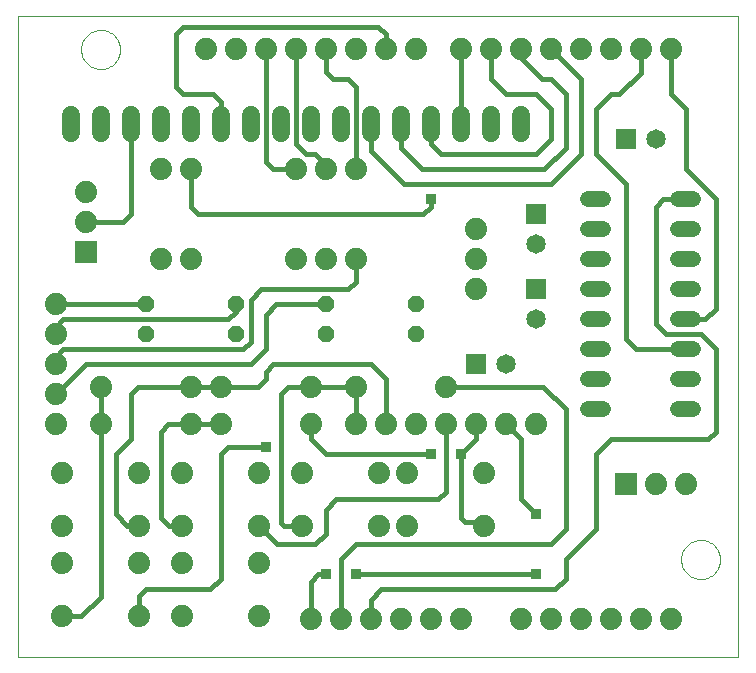
<source format=gtl>
G75*
%MOIN*%
%OFA0B0*%
%FSLAX24Y24*%
%IPPOS*%
%LPD*%
%AMOC8*
5,1,8,0,0,1.08239X$1,22.5*
%
%ADD10C,0.0000*%
%ADD11C,0.0740*%
%ADD12C,0.0600*%
%ADD13C,0.0520*%
%ADD14OC8,0.0520*%
%ADD15R,0.0740X0.0740*%
%ADD16R,0.0650X0.0650*%
%ADD17C,0.0650*%
%ADD18C,0.0160*%
%ADD19R,0.0356X0.0356*%
D10*
X006002Y000100D02*
X006002Y021470D01*
X029994Y021470D01*
X029994Y000100D01*
X006002Y000100D01*
X028102Y003350D02*
X028104Y003400D01*
X028110Y003450D01*
X028120Y003500D01*
X028133Y003548D01*
X028150Y003596D01*
X028171Y003642D01*
X028195Y003686D01*
X028223Y003728D01*
X028254Y003768D01*
X028288Y003805D01*
X028325Y003840D01*
X028364Y003871D01*
X028405Y003900D01*
X028449Y003925D01*
X028495Y003947D01*
X028542Y003965D01*
X028590Y003979D01*
X028639Y003990D01*
X028689Y003997D01*
X028739Y004000D01*
X028790Y003999D01*
X028840Y003994D01*
X028890Y003985D01*
X028938Y003973D01*
X028986Y003956D01*
X029032Y003936D01*
X029077Y003913D01*
X029120Y003886D01*
X029160Y003856D01*
X029198Y003823D01*
X029233Y003787D01*
X029266Y003748D01*
X029295Y003707D01*
X029321Y003664D01*
X029344Y003619D01*
X029363Y003572D01*
X029378Y003524D01*
X029390Y003475D01*
X029398Y003425D01*
X029402Y003375D01*
X029402Y003325D01*
X029398Y003275D01*
X029390Y003225D01*
X029378Y003176D01*
X029363Y003128D01*
X029344Y003081D01*
X029321Y003036D01*
X029295Y002993D01*
X029266Y002952D01*
X029233Y002913D01*
X029198Y002877D01*
X029160Y002844D01*
X029120Y002814D01*
X029077Y002787D01*
X029032Y002764D01*
X028986Y002744D01*
X028938Y002727D01*
X028890Y002715D01*
X028840Y002706D01*
X028790Y002701D01*
X028739Y002700D01*
X028689Y002703D01*
X028639Y002710D01*
X028590Y002721D01*
X028542Y002735D01*
X028495Y002753D01*
X028449Y002775D01*
X028405Y002800D01*
X028364Y002829D01*
X028325Y002860D01*
X028288Y002895D01*
X028254Y002932D01*
X028223Y002972D01*
X028195Y003014D01*
X028171Y003058D01*
X028150Y003104D01*
X028133Y003152D01*
X028120Y003200D01*
X028110Y003250D01*
X028104Y003300D01*
X028102Y003350D01*
X008102Y020350D02*
X008104Y020400D01*
X008110Y020450D01*
X008120Y020500D01*
X008133Y020548D01*
X008150Y020596D01*
X008171Y020642D01*
X008195Y020686D01*
X008223Y020728D01*
X008254Y020768D01*
X008288Y020805D01*
X008325Y020840D01*
X008364Y020871D01*
X008405Y020900D01*
X008449Y020925D01*
X008495Y020947D01*
X008542Y020965D01*
X008590Y020979D01*
X008639Y020990D01*
X008689Y020997D01*
X008739Y021000D01*
X008790Y020999D01*
X008840Y020994D01*
X008890Y020985D01*
X008938Y020973D01*
X008986Y020956D01*
X009032Y020936D01*
X009077Y020913D01*
X009120Y020886D01*
X009160Y020856D01*
X009198Y020823D01*
X009233Y020787D01*
X009266Y020748D01*
X009295Y020707D01*
X009321Y020664D01*
X009344Y020619D01*
X009363Y020572D01*
X009378Y020524D01*
X009390Y020475D01*
X009398Y020425D01*
X009402Y020375D01*
X009402Y020325D01*
X009398Y020275D01*
X009390Y020225D01*
X009378Y020176D01*
X009363Y020128D01*
X009344Y020081D01*
X009321Y020036D01*
X009295Y019993D01*
X009266Y019952D01*
X009233Y019913D01*
X009198Y019877D01*
X009160Y019844D01*
X009120Y019814D01*
X009077Y019787D01*
X009032Y019764D01*
X008986Y019744D01*
X008938Y019727D01*
X008890Y019715D01*
X008840Y019706D01*
X008790Y019701D01*
X008739Y019700D01*
X008689Y019703D01*
X008639Y019710D01*
X008590Y019721D01*
X008542Y019735D01*
X008495Y019753D01*
X008449Y019775D01*
X008405Y019800D01*
X008364Y019829D01*
X008325Y019860D01*
X008288Y019895D01*
X008254Y019932D01*
X008223Y019972D01*
X008195Y020014D01*
X008171Y020058D01*
X008150Y020104D01*
X008133Y020152D01*
X008120Y020200D01*
X008110Y020250D01*
X008104Y020300D01*
X008102Y020350D01*
D11*
X012252Y020350D03*
X013252Y020350D03*
X014252Y020350D03*
X015252Y020350D03*
X016252Y020350D03*
X017252Y020350D03*
X018252Y020350D03*
X019252Y020350D03*
X020752Y020350D03*
X021752Y020350D03*
X022752Y020350D03*
X023752Y020350D03*
X024752Y020350D03*
X025752Y020350D03*
X026752Y020350D03*
X027752Y020350D03*
X021252Y014350D03*
X021252Y013350D03*
X021252Y012350D03*
X017252Y013350D03*
X016252Y013350D03*
X015252Y013350D03*
X011752Y013350D03*
X010752Y013350D03*
X008252Y014600D03*
X008252Y015600D03*
X010752Y016350D03*
X011752Y016350D03*
X015252Y016350D03*
X016252Y016350D03*
X017252Y016350D03*
X017252Y009100D03*
X015752Y009100D03*
X015752Y007850D03*
X017252Y007850D03*
X018252Y007850D03*
X019252Y007850D03*
X020252Y007850D03*
X021252Y007850D03*
X022252Y007850D03*
X023252Y007850D03*
X021532Y006240D03*
X021532Y004460D03*
X018972Y004460D03*
X018032Y004460D03*
X018032Y006240D03*
X018972Y006240D03*
X015472Y006240D03*
X014032Y006240D03*
X012752Y007850D03*
X011752Y007850D03*
X011752Y009100D03*
X012752Y009100D03*
X011472Y006240D03*
X010032Y006240D03*
X008752Y007850D03*
X007252Y007850D03*
X007252Y008850D03*
X007252Y009850D03*
X007252Y010850D03*
X007252Y011850D03*
X008752Y009100D03*
X007472Y006240D03*
X007472Y004460D03*
X007472Y003240D03*
X007472Y001460D03*
X010032Y001460D03*
X011472Y001460D03*
X011472Y003240D03*
X010032Y003240D03*
X010032Y004460D03*
X011472Y004460D03*
X014032Y004460D03*
X015472Y004460D03*
X014032Y003240D03*
X014032Y001460D03*
X015752Y001350D03*
X016752Y001350D03*
X017752Y001350D03*
X018752Y001350D03*
X019752Y001350D03*
X020752Y001350D03*
X022752Y001350D03*
X023752Y001350D03*
X024752Y001350D03*
X025752Y001350D03*
X026752Y001350D03*
X027752Y001350D03*
X027252Y005850D03*
X028252Y005850D03*
X020252Y009100D03*
D12*
X019752Y017550D02*
X019752Y018150D01*
X018752Y018150D02*
X018752Y017550D01*
X017752Y017550D02*
X017752Y018150D01*
X016752Y018150D02*
X016752Y017550D01*
X015752Y017550D02*
X015752Y018150D01*
X014752Y018150D02*
X014752Y017550D01*
X013752Y017550D02*
X013752Y018150D01*
X012752Y018150D02*
X012752Y017550D01*
X011752Y017550D02*
X011752Y018150D01*
X010752Y018150D02*
X010752Y017550D01*
X009752Y017550D02*
X009752Y018150D01*
X008752Y018150D02*
X008752Y017550D01*
X007752Y017550D02*
X007752Y018150D01*
X020752Y018150D02*
X020752Y017550D01*
X021752Y017550D02*
X021752Y018150D01*
X022752Y018150D02*
X022752Y017550D01*
D13*
X024992Y015350D02*
X025512Y015350D01*
X025512Y014350D02*
X024992Y014350D01*
X024992Y013350D02*
X025512Y013350D01*
X025512Y012350D02*
X024992Y012350D01*
X024992Y011350D02*
X025512Y011350D01*
X025512Y010350D02*
X024992Y010350D01*
X024992Y009350D02*
X025512Y009350D01*
X025512Y008350D02*
X024992Y008350D01*
X027992Y008350D02*
X028512Y008350D01*
X028512Y009350D02*
X027992Y009350D01*
X027992Y010350D02*
X028512Y010350D01*
X028512Y011350D02*
X027992Y011350D01*
X027992Y012350D02*
X028512Y012350D01*
X028512Y013350D02*
X027992Y013350D01*
X027992Y014350D02*
X028512Y014350D01*
X028512Y015350D02*
X027992Y015350D01*
D14*
X019252Y011850D03*
X019252Y010850D03*
X016252Y010850D03*
X016252Y011850D03*
X013252Y011850D03*
X013252Y010850D03*
X010252Y010850D03*
X010252Y011850D03*
D15*
X008252Y013600D03*
X026252Y005850D03*
D16*
X021252Y009850D03*
X023252Y012350D03*
X023252Y014850D03*
X026252Y017350D03*
D17*
X027252Y017350D03*
X023252Y013850D03*
X023252Y011350D03*
X022252Y009850D03*
D18*
X023502Y009100D02*
X020252Y009100D01*
X020252Y007850D02*
X020252Y005600D01*
X020002Y005350D01*
X016606Y005350D01*
X016252Y004996D01*
X016252Y004204D01*
X015899Y003850D01*
X014642Y003850D01*
X014032Y004460D01*
X014752Y004570D02*
X014862Y004460D01*
X015472Y004460D01*
X015472Y004461D01*
X014752Y004570D02*
X014752Y008850D01*
X015002Y009100D01*
X015752Y009100D01*
X017252Y009100D01*
X017252Y007850D01*
X018252Y007850D02*
X018252Y009350D01*
X017752Y009850D01*
X014502Y009850D01*
X014252Y009600D01*
X014252Y009350D01*
X014002Y009100D01*
X012752Y009100D01*
X011752Y009100D01*
X010002Y009100D01*
X009752Y008850D01*
X009752Y007350D01*
X009252Y006850D01*
X009252Y004850D01*
X009642Y004460D01*
X010032Y004460D01*
X010752Y004747D02*
X011039Y004460D01*
X011472Y004460D01*
X010752Y004747D02*
X010752Y007600D01*
X011002Y007850D01*
X011752Y007850D01*
X012752Y007850D01*
X013002Y007100D02*
X014252Y007100D01*
X013002Y007100D02*
X012752Y006850D01*
X012752Y002704D01*
X012399Y002350D01*
X010252Y002350D01*
X010032Y002130D01*
X010032Y001460D01*
X008752Y002100D02*
X008112Y001460D01*
X007472Y001460D01*
X008752Y002100D02*
X008752Y007850D01*
X008752Y009100D01*
X008252Y009850D02*
X013752Y009850D01*
X014252Y010350D01*
X014252Y011496D01*
X014606Y011850D01*
X016252Y011850D01*
X017002Y012350D02*
X014106Y012350D01*
X013752Y011996D01*
X013752Y010600D01*
X013502Y010350D01*
X007502Y010350D01*
X007252Y010100D01*
X007252Y009850D01*
X007252Y008850D02*
X008252Y009850D01*
X007252Y010850D02*
X007252Y011100D01*
X007502Y011350D01*
X013002Y011350D01*
X013252Y011600D01*
X013252Y011850D01*
X010252Y011850D02*
X007252Y011850D01*
X008252Y014600D02*
X009502Y014600D01*
X009752Y014850D01*
X009752Y017850D01*
X011252Y019100D02*
X011502Y018850D01*
X012502Y018850D01*
X012752Y018600D01*
X012752Y017850D01*
X011252Y019100D02*
X011252Y020850D01*
X011502Y021100D01*
X018002Y021100D01*
X018252Y020850D01*
X018252Y020350D01*
X017002Y019350D02*
X017252Y019100D01*
X017252Y016350D01*
X017752Y016968D02*
X018870Y015850D01*
X023752Y015850D01*
X024752Y016850D01*
X024752Y019350D01*
X023752Y020350D01*
X022752Y020350D02*
X022752Y020057D01*
X023459Y019350D01*
X023752Y019350D01*
X024252Y018850D01*
X024252Y017057D01*
X023545Y016350D01*
X019459Y016350D01*
X018752Y017057D01*
X018752Y017850D01*
X019752Y017850D02*
X019752Y017204D01*
X020106Y016850D01*
X023252Y016850D01*
X023752Y017350D01*
X023752Y018350D01*
X023252Y018850D01*
X022252Y018850D01*
X021752Y019350D01*
X021752Y020350D01*
X020752Y020350D02*
X020752Y017850D01*
X017752Y017850D02*
X017752Y016968D01*
X016252Y016496D02*
X016252Y016350D01*
X016252Y016496D02*
X015899Y016850D01*
X015606Y016850D01*
X015252Y017204D01*
X015252Y020350D01*
X014252Y020350D02*
X014252Y016600D01*
X014502Y016350D01*
X015252Y016350D01*
X011752Y016350D02*
X011752Y015100D01*
X012002Y014850D01*
X019502Y014850D01*
X019752Y015100D01*
X019752Y015350D01*
X017252Y013350D02*
X017252Y012600D01*
X017002Y012350D01*
X015752Y007850D02*
X015752Y007350D01*
X016252Y006850D01*
X019752Y006850D01*
X020752Y006850D02*
X021252Y007350D01*
X021252Y007850D01*
X022252Y007850D02*
X022752Y007350D01*
X022752Y005350D01*
X023252Y004850D01*
X023752Y003850D02*
X024252Y004350D01*
X024252Y008350D01*
X023502Y009100D01*
X025752Y007350D02*
X025252Y006850D01*
X025252Y004350D01*
X024752Y003850D01*
X024252Y003350D01*
X024252Y002704D01*
X023899Y002350D01*
X018106Y002350D01*
X017752Y001996D01*
X017752Y001350D01*
X016752Y001350D02*
X016752Y003350D01*
X017252Y003850D01*
X023752Y003850D01*
X023252Y002850D02*
X017252Y002850D01*
X016252Y002850D02*
X016002Y002850D01*
X015752Y002600D01*
X015752Y001350D01*
X020752Y004740D02*
X020890Y004603D01*
X021390Y004603D01*
X021532Y004460D01*
X020752Y004740D02*
X020752Y006850D01*
X025752Y007350D02*
X029002Y007350D01*
X029252Y007600D01*
X029252Y010350D01*
X028752Y010850D01*
X027606Y010850D01*
X027252Y011204D01*
X027252Y015100D01*
X027502Y015350D01*
X028252Y015350D01*
X028252Y016350D02*
X029252Y015350D01*
X029252Y011704D01*
X028899Y011350D01*
X028252Y011350D01*
X028252Y010350D02*
X026606Y010350D01*
X026252Y010704D01*
X026252Y015850D01*
X025252Y016850D01*
X025252Y018350D01*
X025752Y018850D01*
X026045Y018850D01*
X026752Y019557D01*
X026752Y020350D01*
X027752Y020350D02*
X027752Y018850D01*
X028252Y018350D01*
X028252Y016350D01*
X017002Y019350D02*
X016502Y019350D01*
X016252Y019600D01*
X016252Y020350D01*
D19*
X019752Y015350D03*
X014252Y007100D03*
X019752Y006850D03*
X020752Y006850D03*
X023252Y004850D03*
X023252Y002850D03*
X017252Y002850D03*
X016252Y002850D03*
M02*

</source>
